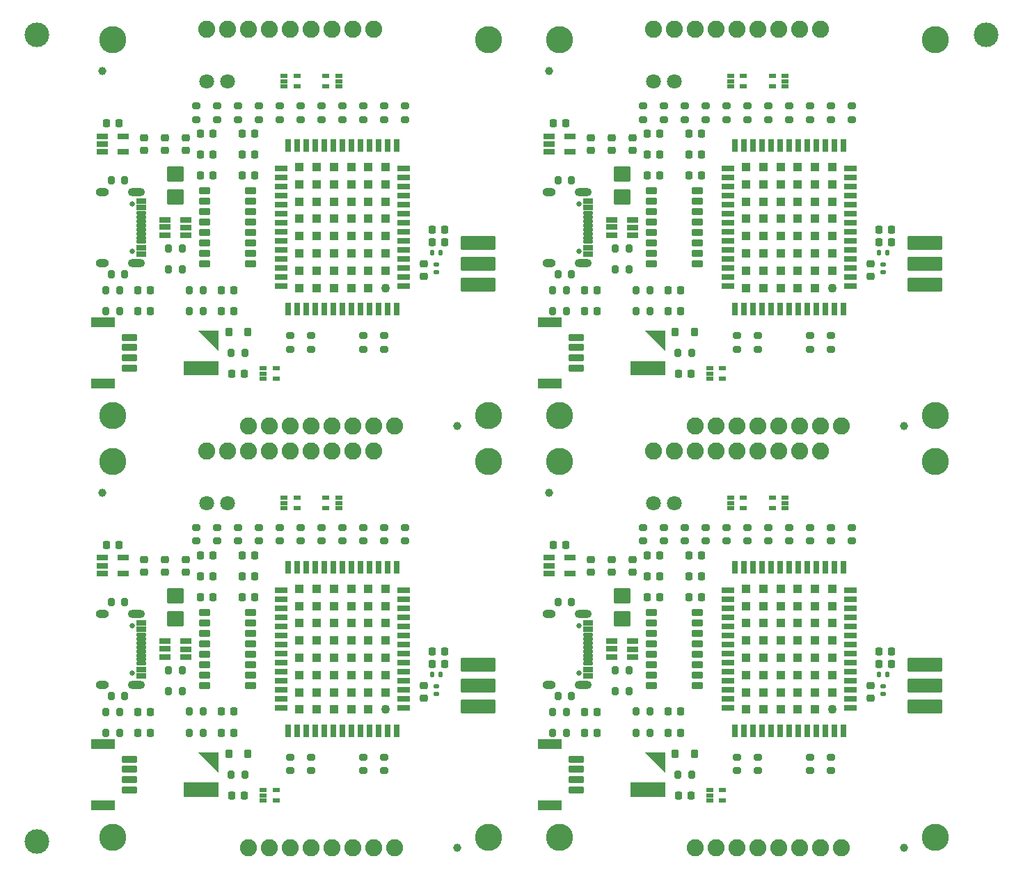
<source format=gts>
%TF.GenerationSoftware,KiCad,Pcbnew,7.0.6*%
%TF.CreationDate,2023-09-13T14:16:39-06:00*%
%TF.ProjectId,SparkFun_GNSS_UM980_panelized,53706172-6b46-4756-9e5f-474e53535f55,rev?*%
%TF.SameCoordinates,Original*%
%TF.FileFunction,Soldermask,Top*%
%TF.FilePolarity,Negative*%
%FSLAX46Y46*%
G04 Gerber Fmt 4.6, Leading zero omitted, Abs format (unit mm)*
G04 Created by KiCad (PCBNEW 7.0.6) date 2023-09-13 14:16:39*
%MOMM*%
%LPD*%
G01*
G04 APERTURE LIST*
G04 Aperture macros list*
%AMRoundRect*
0 Rectangle with rounded corners*
0 $1 Rounding radius*
0 $2 $3 $4 $5 $6 $7 $8 $9 X,Y pos of 4 corners*
0 Add a 4 corners polygon primitive as box body*
4,1,4,$2,$3,$4,$5,$6,$7,$8,$9,$2,$3,0*
0 Add four circle primitives for the rounded corners*
1,1,$1+$1,$2,$3*
1,1,$1+$1,$4,$5*
1,1,$1+$1,$6,$7*
1,1,$1+$1,$8,$9*
0 Add four rect primitives between the rounded corners*
20,1,$1+$1,$2,$3,$4,$5,0*
20,1,$1+$1,$4,$5,$6,$7,0*
20,1,$1+$1,$6,$7,$8,$9,0*
20,1,$1+$1,$8,$9,$2,$3,0*%
G04 Aperture macros list end*
%ADD10C,3.000000*%
%ADD11R,1.500000X0.800000*%
%ADD12R,0.800000X1.500000*%
%ADD13R,1.100000X1.100000*%
%ADD14C,1.100000*%
%ADD15C,3.302000*%
%ADD16RoundRect,0.225000X-0.225000X-0.250000X0.225000X-0.250000X0.225000X0.250000X-0.225000X0.250000X0*%
%ADD17RoundRect,0.140000X0.170000X-0.140000X0.170000X0.140000X-0.170000X0.140000X-0.170000X-0.140000X0*%
%ADD18RoundRect,0.200000X-0.200000X-0.275000X0.200000X-0.275000X0.200000X0.275000X-0.200000X0.275000X0*%
%ADD19RoundRect,0.140000X0.140000X0.170000X-0.140000X0.170000X-0.140000X-0.170000X0.140000X-0.170000X0*%
%ADD20RoundRect,0.200000X-0.275000X0.200000X-0.275000X-0.200000X0.275000X-0.200000X0.275000X0.200000X0*%
%ADD21RoundRect,0.225000X0.225000X0.250000X-0.225000X0.250000X-0.225000X-0.250000X0.225000X-0.250000X0*%
%ADD22RoundRect,0.200000X0.275000X-0.200000X0.275000X0.200000X-0.275000X0.200000X-0.275000X-0.200000X0*%
%ADD23RoundRect,0.101600X0.600000X-0.275000X0.600000X0.275000X-0.600000X0.275000X-0.600000X-0.275000X0*%
%ADD24RoundRect,0.101600X-0.350000X0.150000X-0.350000X-0.150000X0.350000X-0.150000X0.350000X0.150000X0*%
%ADD25C,2.082800*%
%ADD26RoundRect,0.101600X0.350000X-0.150000X0.350000X0.150000X-0.350000X0.150000X-0.350000X-0.150000X0*%
%ADD27RoundRect,0.225000X-0.250000X0.225000X-0.250000X-0.225000X0.250000X-0.225000X0.250000X0.225000X0*%
%ADD28RoundRect,0.218750X0.218750X0.256250X-0.218750X0.256250X-0.218750X-0.256250X0.218750X-0.256250X0*%
%ADD29RoundRect,0.101600X0.900000X-0.800000X0.900000X0.800000X-0.900000X0.800000X-0.900000X-0.800000X0*%
%ADD30C,1.803200*%
%ADD31RoundRect,0.101600X-0.600000X0.275000X-0.600000X-0.275000X0.600000X-0.275000X0.600000X0.275000X0*%
%ADD32RoundRect,0.200000X0.200000X0.275000X-0.200000X0.275000X-0.200000X-0.275000X0.200000X-0.275000X0*%
%ADD33RoundRect,0.101600X-2.000000X0.750000X-2.000000X-0.750000X2.000000X-0.750000X2.000000X0.750000X0*%
%ADD34C,1.000000*%
%ADD35RoundRect,0.101600X-0.600000X0.300000X-0.600000X-0.300000X0.600000X-0.300000X0.600000X0.300000X0*%
%ADD36RoundRect,0.101600X0.315000X0.415000X-0.315000X0.415000X-0.315000X-0.415000X0.315000X-0.415000X0*%
%ADD37RoundRect,0.101600X0.850000X-0.300000X0.850000X0.300000X-0.850000X0.300000X-0.850000X-0.300000X0*%
%ADD38RoundRect,0.101600X1.350000X0.500000X-1.350000X0.500000X-1.350000X-0.500000X1.350000X-0.500000X0*%
%ADD39C,0.650000*%
%ADD40RoundRect,0.070000X0.500000X-0.150000X0.500000X0.150000X-0.500000X0.150000X-0.500000X-0.150000X0*%
%ADD41RoundRect,0.070000X-0.500000X0.150000X-0.500000X-0.150000X0.500000X-0.150000X0.500000X0.150000X0*%
%ADD42RoundRect,0.070000X0.500000X-0.300000X0.500000X0.300000X-0.500000X0.300000X-0.500000X-0.300000X0*%
%ADD43RoundRect,0.070000X-0.500000X0.300000X-0.500000X-0.300000X0.500000X-0.300000X0.500000X0.300000X0*%
%ADD44O,1.600000X1.000000*%
%ADD45O,2.100000X1.000000*%
G04 APERTURE END LIST*
%TO.C,BT1*%
G36*
X69753000Y61679645D02*
G01*
X67267645Y64165000D01*
X69753000Y64165000D01*
X69753000Y61679645D01*
G37*
G36*
X69748000Y58760000D02*
G01*
X65548000Y58760000D01*
X65548000Y60460000D01*
X69748000Y60460000D01*
X69748000Y58760000D01*
G37*
G36*
X69753000Y10379645D02*
G01*
X67267645Y12865000D01*
X69753000Y12865000D01*
X69753000Y10379645D01*
G37*
G36*
X69748000Y7460000D02*
G01*
X65548000Y7460000D01*
X65548000Y9160000D01*
X69748000Y9160000D01*
X69748000Y7460000D01*
G37*
G36*
X15405000Y61679645D02*
G01*
X12919645Y64165000D01*
X15405000Y64165000D01*
X15405000Y61679645D01*
G37*
G36*
X15400000Y58760000D02*
G01*
X11200000Y58760000D01*
X11200000Y60460000D01*
X15400000Y60460000D01*
X15400000Y58760000D01*
G37*
G36*
X15405000Y10379645D02*
G01*
X12919645Y12865000D01*
X15405000Y12865000D01*
X15405000Y10379645D01*
G37*
G36*
X15400000Y7460000D02*
G01*
X11200000Y7460000D01*
X11200000Y9160000D01*
X15400000Y9160000D01*
X15400000Y7460000D01*
G37*
%TD*%
D10*
%TO.C,*%
X108823000Y100100000D03*
%TD*%
%TO.C,*%
X-6723000Y2000000D03*
%TD*%
%TO.C,*%
X-6723000Y100100000D03*
%TD*%
D11*
%TO.C,U5*%
X92278000Y69550000D03*
X92278000Y70650000D03*
X92278000Y71750000D03*
X92278000Y72850000D03*
X92278000Y73950000D03*
X92278000Y75050000D03*
X92278000Y76150000D03*
X92278000Y77250000D03*
X92278000Y78350000D03*
X92278000Y79450000D03*
X92278000Y80550000D03*
X92278000Y81650000D03*
X92278000Y82750000D03*
X92278000Y83850000D03*
D12*
X91428000Y86650000D03*
X90328000Y86650000D03*
X89228000Y86650000D03*
X88128000Y86650000D03*
X87028000Y86650000D03*
X85928000Y86650000D03*
X84828000Y86650000D03*
X83728000Y86650000D03*
X82628000Y86650000D03*
X81528000Y86650000D03*
X80428000Y86650000D03*
X79328000Y86650000D03*
X78228000Y86650000D03*
D11*
X77378000Y83850000D03*
X77378000Y82750000D03*
X77378000Y81650000D03*
X77378000Y80550000D03*
X77378000Y79450000D03*
X77378000Y78350000D03*
X77378000Y77250000D03*
X77378000Y76150000D03*
X77378000Y75050000D03*
X77378000Y73950000D03*
X77378000Y72850000D03*
X77378000Y71750000D03*
X77378000Y70650000D03*
X77378000Y69550000D03*
D12*
X78228000Y66750000D03*
X79328000Y66750000D03*
X80428000Y66750000D03*
X81528000Y66750000D03*
X82628000Y66750000D03*
X83728000Y66750000D03*
X84828000Y66750000D03*
X85928000Y66750000D03*
X87028000Y66750000D03*
X88128000Y66750000D03*
X89228000Y66750000D03*
X90328000Y66750000D03*
X91428000Y66750000D03*
D13*
X79578000Y69350000D03*
X81678000Y69350000D03*
X83778000Y69350000D03*
X85878000Y69350000D03*
X87978000Y69350000D03*
D14*
X90078000Y69350000D03*
D13*
X79578000Y71450000D03*
X81678000Y71450000D03*
X83778000Y71450000D03*
X85878000Y71450000D03*
X87978000Y71450000D03*
X90078000Y71450000D03*
X79578000Y73550000D03*
X81678000Y73550000D03*
X83778000Y73550000D03*
X85878000Y73550000D03*
X87978000Y73550000D03*
X90078000Y73550000D03*
X79578000Y75650000D03*
X81678000Y75650000D03*
X83778000Y75650000D03*
X85878000Y75650000D03*
X87978000Y75650000D03*
X90078000Y75650000D03*
X79578000Y77750000D03*
X81678000Y77750000D03*
X83778000Y77750000D03*
X85878000Y77750000D03*
X87978000Y77750000D03*
X90078000Y77750000D03*
X79578000Y79850000D03*
X81678000Y79850000D03*
X83778000Y79850000D03*
X85878000Y79850000D03*
X87978000Y79850000D03*
X90078000Y79850000D03*
X79578000Y81950000D03*
X81678000Y81950000D03*
X83778000Y81950000D03*
X85878000Y81950000D03*
X87978000Y81950000D03*
X90078000Y81950000D03*
X79578000Y84050000D03*
X81678000Y84050000D03*
X83778000Y84050000D03*
X85878000Y84050000D03*
X87978000Y84050000D03*
X90078000Y84050000D03*
%TD*%
D11*
%TO.C,U5*%
X92278000Y18250000D03*
X92278000Y19350000D03*
X92278000Y20450000D03*
X92278000Y21550000D03*
X92278000Y22650000D03*
X92278000Y23750000D03*
X92278000Y24850000D03*
X92278000Y25950000D03*
X92278000Y27050000D03*
X92278000Y28150000D03*
X92278000Y29250000D03*
X92278000Y30350000D03*
X92278000Y31450000D03*
X92278000Y32550000D03*
D12*
X91428000Y35350000D03*
X90328000Y35350000D03*
X89228000Y35350000D03*
X88128000Y35350000D03*
X87028000Y35350000D03*
X85928000Y35350000D03*
X84828000Y35350000D03*
X83728000Y35350000D03*
X82628000Y35350000D03*
X81528000Y35350000D03*
X80428000Y35350000D03*
X79328000Y35350000D03*
X78228000Y35350000D03*
D11*
X77378000Y32550000D03*
X77378000Y31450000D03*
X77378000Y30350000D03*
X77378000Y29250000D03*
X77378000Y28150000D03*
X77378000Y27050000D03*
X77378000Y25950000D03*
X77378000Y24850000D03*
X77378000Y23750000D03*
X77378000Y22650000D03*
X77378000Y21550000D03*
X77378000Y20450000D03*
X77378000Y19350000D03*
X77378000Y18250000D03*
D12*
X78228000Y15450000D03*
X79328000Y15450000D03*
X80428000Y15450000D03*
X81528000Y15450000D03*
X82628000Y15450000D03*
X83728000Y15450000D03*
X84828000Y15450000D03*
X85928000Y15450000D03*
X87028000Y15450000D03*
X88128000Y15450000D03*
X89228000Y15450000D03*
X90328000Y15450000D03*
X91428000Y15450000D03*
D13*
X79578000Y18050000D03*
X81678000Y18050000D03*
X83778000Y18050000D03*
X85878000Y18050000D03*
X87978000Y18050000D03*
D14*
X90078000Y18050000D03*
D13*
X79578000Y20150000D03*
X81678000Y20150000D03*
X83778000Y20150000D03*
X85878000Y20150000D03*
X87978000Y20150000D03*
X90078000Y20150000D03*
X79578000Y22250000D03*
X81678000Y22250000D03*
X83778000Y22250000D03*
X85878000Y22250000D03*
X87978000Y22250000D03*
X90078000Y22250000D03*
X79578000Y24350000D03*
X81678000Y24350000D03*
X83778000Y24350000D03*
X85878000Y24350000D03*
X87978000Y24350000D03*
X90078000Y24350000D03*
X79578000Y26450000D03*
X81678000Y26450000D03*
X83778000Y26450000D03*
X85878000Y26450000D03*
X87978000Y26450000D03*
X90078000Y26450000D03*
X79578000Y28550000D03*
X81678000Y28550000D03*
X83778000Y28550000D03*
X85878000Y28550000D03*
X87978000Y28550000D03*
X90078000Y28550000D03*
X79578000Y30650000D03*
X81678000Y30650000D03*
X83778000Y30650000D03*
X85878000Y30650000D03*
X87978000Y30650000D03*
X90078000Y30650000D03*
X79578000Y32750000D03*
X81678000Y32750000D03*
X83778000Y32750000D03*
X85878000Y32750000D03*
X87978000Y32750000D03*
X90078000Y32750000D03*
%TD*%
D11*
%TO.C,U5*%
X37930000Y69550000D03*
X37930000Y70650000D03*
X37930000Y71750000D03*
X37930000Y72850000D03*
X37930000Y73950000D03*
X37930000Y75050000D03*
X37930000Y76150000D03*
X37930000Y77250000D03*
X37930000Y78350000D03*
X37930000Y79450000D03*
X37930000Y80550000D03*
X37930000Y81650000D03*
X37930000Y82750000D03*
X37930000Y83850000D03*
D12*
X37080000Y86650000D03*
X35980000Y86650000D03*
X34880000Y86650000D03*
X33780000Y86650000D03*
X32680000Y86650000D03*
X31580000Y86650000D03*
X30480000Y86650000D03*
X29380000Y86650000D03*
X28280000Y86650000D03*
X27180000Y86650000D03*
X26080000Y86650000D03*
X24980000Y86650000D03*
X23880000Y86650000D03*
D11*
X23030000Y83850000D03*
X23030000Y82750000D03*
X23030000Y81650000D03*
X23030000Y80550000D03*
X23030000Y79450000D03*
X23030000Y78350000D03*
X23030000Y77250000D03*
X23030000Y76150000D03*
X23030000Y75050000D03*
X23030000Y73950000D03*
X23030000Y72850000D03*
X23030000Y71750000D03*
X23030000Y70650000D03*
X23030000Y69550000D03*
D12*
X23880000Y66750000D03*
X24980000Y66750000D03*
X26080000Y66750000D03*
X27180000Y66750000D03*
X28280000Y66750000D03*
X29380000Y66750000D03*
X30480000Y66750000D03*
X31580000Y66750000D03*
X32680000Y66750000D03*
X33780000Y66750000D03*
X34880000Y66750000D03*
X35980000Y66750000D03*
X37080000Y66750000D03*
D13*
X25230000Y69350000D03*
X27330000Y69350000D03*
X29430000Y69350000D03*
X31530000Y69350000D03*
X33630000Y69350000D03*
D14*
X35730000Y69350000D03*
D13*
X25230000Y71450000D03*
X27330000Y71450000D03*
X29430000Y71450000D03*
X31530000Y71450000D03*
X33630000Y71450000D03*
X35730000Y71450000D03*
X25230000Y73550000D03*
X27330000Y73550000D03*
X29430000Y73550000D03*
X31530000Y73550000D03*
X33630000Y73550000D03*
X35730000Y73550000D03*
X25230000Y75650000D03*
X27330000Y75650000D03*
X29430000Y75650000D03*
X31530000Y75650000D03*
X33630000Y75650000D03*
X35730000Y75650000D03*
X25230000Y77750000D03*
X27330000Y77750000D03*
X29430000Y77750000D03*
X31530000Y77750000D03*
X33630000Y77750000D03*
X35730000Y77750000D03*
X25230000Y79850000D03*
X27330000Y79850000D03*
X29430000Y79850000D03*
X31530000Y79850000D03*
X33630000Y79850000D03*
X35730000Y79850000D03*
X25230000Y81950000D03*
X27330000Y81950000D03*
X29430000Y81950000D03*
X31530000Y81950000D03*
X33630000Y81950000D03*
X35730000Y81950000D03*
X25230000Y84050000D03*
X27330000Y84050000D03*
X29430000Y84050000D03*
X31530000Y84050000D03*
X33630000Y84050000D03*
X35730000Y84050000D03*
%TD*%
D15*
%TO.C,ST4*%
X56888000Y53840000D03*
%TD*%
%TO.C,ST4*%
X56888000Y2540000D03*
%TD*%
%TO.C,ST4*%
X2540000Y53840000D03*
%TD*%
D16*
%TO.C,C17*%
X72623000Y88130000D03*
X74173000Y88130000D03*
%TD*%
%TO.C,C17*%
X72623000Y36830000D03*
X74173000Y36830000D03*
%TD*%
%TO.C,C17*%
X18275000Y88130000D03*
X19825000Y88130000D03*
%TD*%
D17*
%TO.C,D6*%
X96258000Y71267000D03*
X96258000Y72227000D03*
%TD*%
%TO.C,D6*%
X96258000Y19967000D03*
X96258000Y20927000D03*
%TD*%
%TO.C,D6*%
X41910000Y71267000D03*
X41910000Y72227000D03*
%TD*%
D18*
%TO.C,R7*%
X71303000Y61460000D03*
X72953000Y61460000D03*
%TD*%
%TO.C,R7*%
X71303000Y10160000D03*
X72953000Y10160000D03*
%TD*%
%TO.C,R7*%
X16955000Y61460000D03*
X18605000Y61460000D03*
%TD*%
D19*
%TO.C,L1*%
X96738000Y73652000D03*
X95778000Y73652000D03*
%TD*%
%TO.C,L1*%
X96738000Y22352000D03*
X95778000Y22352000D03*
%TD*%
%TO.C,L1*%
X42390000Y73652000D03*
X41430000Y73652000D03*
%TD*%
D16*
%TO.C,C3*%
X71353000Y58920000D03*
X72903000Y58920000D03*
%TD*%
%TO.C,C3*%
X71353000Y7620000D03*
X72903000Y7620000D03*
%TD*%
%TO.C,C3*%
X17005000Y58920000D03*
X18555000Y58920000D03*
%TD*%
D20*
%TO.C,R30*%
X89908000Y63555000D03*
X89908000Y61905000D03*
%TD*%
%TO.C,R30*%
X89908000Y12255000D03*
X89908000Y10605000D03*
%TD*%
%TO.C,R30*%
X35560000Y63555000D03*
X35560000Y61905000D03*
%TD*%
D15*
%TO.C,ST3*%
X56888000Y99560000D03*
%TD*%
%TO.C,ST3*%
X56888000Y48260000D03*
%TD*%
%TO.C,ST3*%
X2540000Y99560000D03*
%TD*%
D21*
%TO.C,C13*%
X69093000Y83050000D03*
X67543000Y83050000D03*
%TD*%
%TO.C,C13*%
X69093000Y31750000D03*
X67543000Y31750000D03*
%TD*%
%TO.C,C13*%
X14745000Y83050000D03*
X13195000Y83050000D03*
%TD*%
D22*
%TO.C,R17*%
X77208000Y89845000D03*
X77208000Y91495000D03*
%TD*%
%TO.C,R17*%
X77208000Y38545000D03*
X77208000Y40195000D03*
%TD*%
%TO.C,R17*%
X22860000Y89845000D03*
X22860000Y91495000D03*
%TD*%
D23*
%TO.C,U1*%
X65808100Y75750000D03*
X65808100Y76700000D03*
X65808100Y77650000D03*
X63207900Y77650000D03*
X63207900Y76750000D03*
X63207900Y75750000D03*
%TD*%
%TO.C,U1*%
X65808100Y24450000D03*
X65808100Y25400000D03*
X65808100Y26350000D03*
X63207900Y26350000D03*
X63207900Y25450000D03*
X63207900Y24450000D03*
%TD*%
%TO.C,U1*%
X11460100Y75750000D03*
X11460100Y76700000D03*
X11460100Y77650000D03*
X8859900Y77650000D03*
X8859900Y76750000D03*
X8859900Y75750000D03*
%TD*%
D16*
%TO.C,C1*%
X56113000Y89400000D03*
X57663000Y89400000D03*
%TD*%
%TO.C,C1*%
X56113000Y38100000D03*
X57663000Y38100000D03*
%TD*%
%TO.C,C1*%
X1765000Y89400000D03*
X3315000Y89400000D03*
%TD*%
D20*
%TO.C,R31*%
X87368000Y63555000D03*
X87368000Y61905000D03*
%TD*%
%TO.C,R31*%
X87368000Y12255000D03*
X87368000Y10605000D03*
%TD*%
%TO.C,R31*%
X33020000Y63555000D03*
X33020000Y61905000D03*
%TD*%
D22*
%TO.C,R32*%
X74668000Y89845000D03*
X74668000Y91495000D03*
%TD*%
%TO.C,R32*%
X74668000Y38545000D03*
X74668000Y40195000D03*
%TD*%
%TO.C,R32*%
X20320000Y89845000D03*
X20320000Y91495000D03*
%TD*%
D24*
%TO.C,D9*%
X75138000Y59570000D03*
X75138000Y58920000D03*
X75138000Y58270000D03*
X76738000Y58270000D03*
X76738000Y59570000D03*
%TD*%
%TO.C,D9*%
X75138000Y8270000D03*
X75138000Y7620000D03*
X75138000Y6970000D03*
X76738000Y6970000D03*
X76738000Y8270000D03*
%TD*%
%TO.C,D9*%
X20790000Y59570000D03*
X20790000Y58920000D03*
X20790000Y58270000D03*
X22390000Y58270000D03*
X22390000Y59570000D03*
%TD*%
D25*
%TO.C,J4*%
X73398000Y52570000D03*
X75938000Y52570000D03*
%TD*%
%TO.C,J4*%
X73398000Y1270000D03*
X75938000Y1270000D03*
%TD*%
%TO.C,J4*%
X19050000Y52570000D03*
X21590000Y52570000D03*
%TD*%
D16*
%TO.C,C6*%
X95737000Y74922000D03*
X97287000Y74922000D03*
%TD*%
%TO.C,C6*%
X95737000Y23622000D03*
X97287000Y23622000D03*
%TD*%
%TO.C,C6*%
X41389000Y74922000D03*
X42939000Y74922000D03*
%TD*%
D26*
%TO.C,D11*%
X84358000Y93830000D03*
X84358000Y94480000D03*
X84358000Y95130000D03*
X82758000Y95130000D03*
X82758000Y93830000D03*
%TD*%
%TO.C,D11*%
X84358000Y42530000D03*
X84358000Y43180000D03*
X84358000Y43830000D03*
X82758000Y43830000D03*
X82758000Y42530000D03*
%TD*%
%TO.C,D11*%
X30010000Y93830000D03*
X30010000Y94480000D03*
X30010000Y95130000D03*
X28410000Y95130000D03*
X28410000Y93830000D03*
%TD*%
D22*
%TO.C,R14*%
X67048000Y89845000D03*
X67048000Y91495000D03*
%TD*%
%TO.C,R14*%
X67048000Y38545000D03*
X67048000Y40195000D03*
%TD*%
%TO.C,R14*%
X12700000Y89845000D03*
X12700000Y91495000D03*
%TD*%
D16*
%TO.C,C12*%
X72623000Y83050000D03*
X74173000Y83050000D03*
%TD*%
%TO.C,C12*%
X72623000Y31750000D03*
X74173000Y31750000D03*
%TD*%
%TO.C,C12*%
X18275000Y83050000D03*
X19825000Y83050000D03*
%TD*%
D24*
%TO.C,D10*%
X77678000Y95130000D03*
X77678000Y94480000D03*
X77678000Y93830000D03*
X79278000Y93830000D03*
X79278000Y95130000D03*
%TD*%
%TO.C,D10*%
X77678000Y43830000D03*
X77678000Y43180000D03*
X77678000Y42530000D03*
X79278000Y42530000D03*
X79278000Y43830000D03*
%TD*%
%TO.C,D10*%
X23330000Y95130000D03*
X23330000Y94480000D03*
X23330000Y93830000D03*
X24930000Y93830000D03*
X24930000Y95130000D03*
%TD*%
D27*
%TO.C,C7*%
X94734000Y72268000D03*
X94734000Y70718000D03*
%TD*%
%TO.C,C7*%
X94734000Y20968000D03*
X94734000Y19418000D03*
%TD*%
%TO.C,C7*%
X40386000Y72268000D03*
X40386000Y70718000D03*
%TD*%
D28*
%TO.C,D3*%
X71635500Y69100000D03*
X70060500Y69100000D03*
%TD*%
%TO.C,D3*%
X71635500Y17800000D03*
X70060500Y17800000D03*
%TD*%
%TO.C,D3*%
X17287500Y69100000D03*
X15712500Y69100000D03*
%TD*%
D29*
%TO.C,F1*%
X64508000Y80380000D03*
X64508000Y83180000D03*
%TD*%
%TO.C,F1*%
X64508000Y29080000D03*
X64508000Y31880000D03*
%TD*%
%TO.C,F1*%
X10160000Y80380000D03*
X10160000Y83180000D03*
%TD*%
D27*
%TO.C,C8*%
X65778000Y87635000D03*
X65778000Y86085000D03*
%TD*%
%TO.C,C8*%
X65778000Y36335000D03*
X65778000Y34785000D03*
%TD*%
%TO.C,C8*%
X11430000Y87635000D03*
X11430000Y86085000D03*
%TD*%
D22*
%TO.C,R27*%
X82288000Y89845000D03*
X82288000Y91495000D03*
%TD*%
%TO.C,R27*%
X82288000Y38545000D03*
X82288000Y40195000D03*
%TD*%
%TO.C,R27*%
X27940000Y89845000D03*
X27940000Y91495000D03*
%TD*%
D30*
%TO.C,TP1*%
X70858000Y94480000D03*
%TD*%
%TO.C,TP1*%
X70858000Y43180000D03*
%TD*%
%TO.C,TP1*%
X16510000Y94480000D03*
%TD*%
D16*
%TO.C,C4*%
X95737000Y76446000D03*
X97287000Y76446000D03*
%TD*%
%TO.C,C4*%
X95737000Y25146000D03*
X97287000Y25146000D03*
%TD*%
%TO.C,C4*%
X41389000Y76446000D03*
X42939000Y76446000D03*
%TD*%
D31*
%TO.C,U2*%
X55587900Y87810000D03*
X55587900Y86860000D03*
X55587900Y85910000D03*
X58188100Y85910000D03*
X58188100Y87810000D03*
%TD*%
%TO.C,U2*%
X55587900Y36510000D03*
X55587900Y35560000D03*
X55587900Y34610000D03*
X58188100Y34610000D03*
X58188100Y36510000D03*
%TD*%
%TO.C,U2*%
X1239900Y87810000D03*
X1239900Y86860000D03*
X1239900Y85910000D03*
X3840100Y85910000D03*
X3840100Y87810000D03*
%TD*%
D15*
%TO.C,ST1*%
X102608000Y99560000D03*
%TD*%
%TO.C,ST1*%
X102608000Y48260000D03*
%TD*%
%TO.C,ST1*%
X48260000Y99560000D03*
%TD*%
D25*
%TO.C,J7*%
X78478000Y52570000D03*
X81018000Y52570000D03*
X83558000Y52570000D03*
X86098000Y52570000D03*
X88638000Y52570000D03*
X91178000Y52570000D03*
%TD*%
%TO.C,J7*%
X78478000Y1270000D03*
X81018000Y1270000D03*
X83558000Y1270000D03*
X86098000Y1270000D03*
X88638000Y1270000D03*
X91178000Y1270000D03*
%TD*%
%TO.C,J7*%
X24130000Y52570000D03*
X26670000Y52570000D03*
X29210000Y52570000D03*
X31750000Y52570000D03*
X34290000Y52570000D03*
X36830000Y52570000D03*
%TD*%
D32*
%TO.C,R1*%
X58348000Y70985000D03*
X56698000Y70985000D03*
%TD*%
%TO.C,R1*%
X58348000Y19685000D03*
X56698000Y19685000D03*
%TD*%
%TO.C,R1*%
X4000000Y70985000D03*
X2350000Y70985000D03*
%TD*%
D21*
%TO.C,C16*%
X69093000Y88130000D03*
X67543000Y88130000D03*
%TD*%
%TO.C,C16*%
X69093000Y36830000D03*
X67543000Y36830000D03*
%TD*%
%TO.C,C16*%
X14745000Y88130000D03*
X13195000Y88130000D03*
%TD*%
D33*
%TO.C,J5*%
X101301150Y74795000D03*
X101301150Y69715000D03*
X101301150Y72255000D03*
%TD*%
%TO.C,J5*%
X101301150Y23495000D03*
X101301150Y18415000D03*
X101301150Y20955000D03*
%TD*%
%TO.C,J5*%
X46953150Y74795000D03*
X46953150Y69715000D03*
X46953150Y72255000D03*
%TD*%
D16*
%TO.C,C15*%
X72623000Y85590000D03*
X74173000Y85590000D03*
%TD*%
%TO.C,C15*%
X72623000Y34290000D03*
X74173000Y34290000D03*
%TD*%
%TO.C,C15*%
X18275000Y85590000D03*
X19825000Y85590000D03*
%TD*%
D34*
%TO.C,FID4*%
X98798000Y52570000D03*
%TD*%
%TO.C,FID4*%
X98798000Y1270000D03*
%TD*%
%TO.C,FID4*%
X44450000Y52570000D03*
%TD*%
D35*
%TO.C,U8*%
X68058000Y81145000D03*
X68058000Y79875000D03*
X68058000Y78605000D03*
X68058000Y77335000D03*
X68058000Y76065000D03*
X68058000Y74795000D03*
X68058000Y73525000D03*
X68058000Y72255000D03*
X73658000Y72255000D03*
X73658000Y73525000D03*
X73658000Y74795000D03*
X73658000Y76065000D03*
X73658000Y77335000D03*
X73658000Y78605000D03*
X73658000Y79875000D03*
X73658000Y81145000D03*
%TD*%
%TO.C,U8*%
X68058000Y29845000D03*
X68058000Y28575000D03*
X68058000Y27305000D03*
X68058000Y26035000D03*
X68058000Y24765000D03*
X68058000Y23495000D03*
X68058000Y22225000D03*
X68058000Y20955000D03*
X73658000Y20955000D03*
X73658000Y22225000D03*
X73658000Y23495000D03*
X73658000Y24765000D03*
X73658000Y26035000D03*
X73658000Y27305000D03*
X73658000Y28575000D03*
X73658000Y29845000D03*
%TD*%
%TO.C,U8*%
X13710000Y81145000D03*
X13710000Y79875000D03*
X13710000Y78605000D03*
X13710000Y77335000D03*
X13710000Y76065000D03*
X13710000Y74795000D03*
X13710000Y73525000D03*
X13710000Y72255000D03*
X19310000Y72255000D03*
X19310000Y73525000D03*
X19310000Y74795000D03*
X19310000Y76065000D03*
X19310000Y77335000D03*
X19310000Y78605000D03*
X19310000Y79875000D03*
X19310000Y81145000D03*
%TD*%
D22*
%TO.C,R33*%
X72128000Y89845000D03*
X72128000Y91495000D03*
%TD*%
%TO.C,R33*%
X72128000Y38545000D03*
X72128000Y40195000D03*
%TD*%
%TO.C,R33*%
X17780000Y89845000D03*
X17780000Y91495000D03*
%TD*%
D18*
%TO.C,R16*%
X63683000Y71620000D03*
X65333000Y71620000D03*
%TD*%
%TO.C,R16*%
X63683000Y20320000D03*
X65333000Y20320000D03*
%TD*%
%TO.C,R16*%
X9335000Y71620000D03*
X10985000Y71620000D03*
%TD*%
D16*
%TO.C,L2*%
X67543000Y85590000D03*
X69093000Y85590000D03*
%TD*%
%TO.C,L2*%
X67543000Y34290000D03*
X69093000Y34290000D03*
%TD*%
%TO.C,L2*%
X13195000Y85590000D03*
X14745000Y85590000D03*
%TD*%
D28*
%TO.C,D2*%
X71645500Y66540000D03*
X70070500Y66540000D03*
%TD*%
%TO.C,D2*%
X71645500Y15240000D03*
X70070500Y15240000D03*
%TD*%
%TO.C,D2*%
X17297500Y66540000D03*
X15722500Y66540000D03*
%TD*%
D27*
%TO.C,C2*%
X60698000Y87635000D03*
X60698000Y86085000D03*
%TD*%
%TO.C,C2*%
X60698000Y36335000D03*
X60698000Y34785000D03*
%TD*%
%TO.C,C2*%
X6350000Y87635000D03*
X6350000Y86085000D03*
%TD*%
D18*
%TO.C,R4*%
X56063000Y69080000D03*
X57713000Y69080000D03*
%TD*%
%TO.C,R4*%
X56063000Y17780000D03*
X57713000Y17780000D03*
%TD*%
%TO.C,R4*%
X1715000Y69080000D03*
X3365000Y69080000D03*
%TD*%
D28*
%TO.C,D1*%
X61485500Y69080000D03*
X59910500Y69080000D03*
%TD*%
%TO.C,D1*%
X61485500Y17780000D03*
X59910500Y17780000D03*
%TD*%
%TO.C,D1*%
X7137500Y69080000D03*
X5562500Y69080000D03*
%TD*%
D30*
%TO.C,TP2*%
X68318000Y94480000D03*
%TD*%
%TO.C,TP2*%
X68318000Y43180000D03*
%TD*%
%TO.C,TP2*%
X13970000Y94480000D03*
%TD*%
D18*
%TO.C,R5*%
X56063000Y66540000D03*
X57713000Y66540000D03*
%TD*%
%TO.C,R5*%
X56063000Y15240000D03*
X57713000Y15240000D03*
%TD*%
%TO.C,R5*%
X1715000Y66540000D03*
X3365000Y66540000D03*
%TD*%
D32*
%TO.C,R2*%
X58348000Y82415000D03*
X56698000Y82415000D03*
%TD*%
%TO.C,R2*%
X58348000Y31115000D03*
X56698000Y31115000D03*
%TD*%
%TO.C,R2*%
X4000000Y82415000D03*
X2350000Y82415000D03*
%TD*%
D25*
%TO.C,J8*%
X88638000Y100830000D03*
X86098000Y100830000D03*
X83558000Y100830000D03*
X81018000Y100830000D03*
X78478000Y100830000D03*
X75938000Y100830000D03*
X73398000Y100830000D03*
X70858000Y100830000D03*
X68318000Y100830000D03*
%TD*%
%TO.C,J8*%
X88638000Y49530000D03*
X86098000Y49530000D03*
X83558000Y49530000D03*
X81018000Y49530000D03*
X78478000Y49530000D03*
X75938000Y49530000D03*
X73398000Y49530000D03*
X70858000Y49530000D03*
X68318000Y49530000D03*
%TD*%
%TO.C,J8*%
X34290000Y100830000D03*
X31750000Y100830000D03*
X29210000Y100830000D03*
X26670000Y100830000D03*
X24130000Y100830000D03*
X21590000Y100830000D03*
X19050000Y100830000D03*
X16510000Y100830000D03*
X13970000Y100830000D03*
%TD*%
D22*
%TO.C,R13*%
X69588000Y89845000D03*
X69588000Y91495000D03*
%TD*%
%TO.C,R13*%
X69588000Y38545000D03*
X69588000Y40195000D03*
%TD*%
%TO.C,R13*%
X15240000Y89845000D03*
X15240000Y91495000D03*
%TD*%
D36*
%TO.C,D5*%
X70978000Y64000000D03*
X73278000Y64000000D03*
%TD*%
%TO.C,D5*%
X70978000Y12700000D03*
X73278000Y12700000D03*
%TD*%
%TO.C,D5*%
X16630000Y64000000D03*
X18930000Y64000000D03*
%TD*%
D20*
%TO.C,R19*%
X78478000Y63555000D03*
X78478000Y61905000D03*
%TD*%
%TO.C,R19*%
X78478000Y12255000D03*
X78478000Y10605000D03*
%TD*%
%TO.C,R19*%
X24130000Y63555000D03*
X24130000Y61905000D03*
%TD*%
D22*
%TO.C,R29*%
X87368000Y89845000D03*
X87368000Y91495000D03*
%TD*%
%TO.C,R29*%
X87368000Y38545000D03*
X87368000Y40195000D03*
%TD*%
%TO.C,R29*%
X33020000Y89845000D03*
X33020000Y91495000D03*
%TD*%
D37*
%TO.C,J6*%
X58918000Y63335000D03*
X58918000Y62085000D03*
X58918000Y60835000D03*
X58918000Y59585000D03*
D38*
X55718000Y57735000D03*
X55718000Y65185000D03*
%TD*%
D37*
%TO.C,J6*%
X58918000Y12035000D03*
X58918000Y10785000D03*
X58918000Y9535000D03*
X58918000Y8285000D03*
D38*
X55718000Y6435000D03*
X55718000Y13885000D03*
%TD*%
D37*
%TO.C,J6*%
X4570000Y63335000D03*
X4570000Y62085000D03*
X4570000Y60835000D03*
X4570000Y59585000D03*
D38*
X1370000Y57735000D03*
X1370000Y65185000D03*
%TD*%
D22*
%TO.C,R18*%
X79748000Y89845000D03*
X79748000Y91495000D03*
%TD*%
%TO.C,R18*%
X79748000Y38545000D03*
X79748000Y40195000D03*
%TD*%
%TO.C,R18*%
X25400000Y89845000D03*
X25400000Y91495000D03*
%TD*%
D20*
%TO.C,R20*%
X81018000Y63555000D03*
X81018000Y61905000D03*
%TD*%
%TO.C,R20*%
X81018000Y12255000D03*
X81018000Y10605000D03*
%TD*%
%TO.C,R20*%
X26670000Y63555000D03*
X26670000Y61905000D03*
%TD*%
D15*
%TO.C,ST2*%
X102608000Y53840000D03*
%TD*%
%TO.C,ST2*%
X102608000Y2540000D03*
%TD*%
%TO.C,ST2*%
X48260000Y53840000D03*
%TD*%
D39*
%TO.C,J1*%
X59253000Y79590000D03*
X59253000Y73810000D03*
D40*
X60358000Y77950000D03*
X60358000Y76950000D03*
D41*
X60358000Y76450000D03*
X60358000Y75450000D03*
X60358000Y74950000D03*
X60358000Y75950000D03*
D40*
X60358000Y77450000D03*
X60358000Y78450000D03*
D42*
X60358000Y79925000D03*
D43*
X60358000Y73475000D03*
D44*
X55603000Y81018000D03*
D45*
X59783000Y81018000D03*
X59783000Y72382000D03*
D44*
X55603000Y72382000D03*
D42*
X60358000Y79150000D03*
D43*
X60358000Y74250000D03*
%TD*%
D39*
%TO.C,J1*%
X59253000Y28290000D03*
X59253000Y22510000D03*
D40*
X60358000Y26650000D03*
X60358000Y25650000D03*
D41*
X60358000Y25150000D03*
X60358000Y24150000D03*
X60358000Y23650000D03*
X60358000Y24650000D03*
D40*
X60358000Y26150000D03*
X60358000Y27150000D03*
D42*
X60358000Y28625000D03*
D43*
X60358000Y22175000D03*
D44*
X55603000Y29718000D03*
D45*
X59783000Y29718000D03*
X59783000Y21082000D03*
D44*
X55603000Y21082000D03*
D42*
X60358000Y27850000D03*
D43*
X60358000Y22950000D03*
%TD*%
D39*
%TO.C,J1*%
X4905000Y79590000D03*
X4905000Y73810000D03*
D40*
X6010000Y77950000D03*
X6010000Y76950000D03*
D41*
X6010000Y76450000D03*
X6010000Y75450000D03*
X6010000Y74950000D03*
X6010000Y75950000D03*
D40*
X6010000Y77450000D03*
X6010000Y78450000D03*
D42*
X6010000Y79925000D03*
D43*
X6010000Y73475000D03*
D44*
X1255000Y81018000D03*
D45*
X5435000Y81018000D03*
X5435000Y72382000D03*
D44*
X1255000Y72382000D03*
D42*
X6010000Y79150000D03*
D43*
X6010000Y74250000D03*
%TD*%
D18*
%TO.C,R15*%
X63683000Y74160000D03*
X65333000Y74160000D03*
%TD*%
%TO.C,R15*%
X63683000Y22860000D03*
X65333000Y22860000D03*
%TD*%
%TO.C,R15*%
X9335000Y74160000D03*
X10985000Y74160000D03*
%TD*%
%TO.C,R6*%
X66223000Y69100000D03*
X67873000Y69100000D03*
%TD*%
%TO.C,R6*%
X66223000Y17800000D03*
X67873000Y17800000D03*
%TD*%
%TO.C,R6*%
X11875000Y69100000D03*
X13525000Y69100000D03*
%TD*%
D27*
%TO.C,C5*%
X63238000Y87635000D03*
X63238000Y86085000D03*
%TD*%
%TO.C,C5*%
X63238000Y36335000D03*
X63238000Y34785000D03*
%TD*%
%TO.C,C5*%
X8890000Y87635000D03*
X8890000Y86085000D03*
%TD*%
D18*
%TO.C,R3*%
X66223000Y66540000D03*
X67873000Y66540000D03*
%TD*%
%TO.C,R3*%
X66223000Y15240000D03*
X67873000Y15240000D03*
%TD*%
%TO.C,R3*%
X11875000Y66540000D03*
X13525000Y66540000D03*
%TD*%
D22*
%TO.C,R34*%
X92448000Y89845000D03*
X92448000Y91495000D03*
%TD*%
%TO.C,R34*%
X92448000Y38545000D03*
X92448000Y40195000D03*
%TD*%
%TO.C,R34*%
X38100000Y89845000D03*
X38100000Y91495000D03*
%TD*%
%TO.C,R28*%
X84828000Y89845000D03*
X84828000Y91495000D03*
%TD*%
%TO.C,R28*%
X84828000Y38545000D03*
X84828000Y40195000D03*
%TD*%
%TO.C,R28*%
X30480000Y89845000D03*
X30480000Y91495000D03*
%TD*%
D34*
%TO.C,FID3*%
X55618000Y95750000D03*
%TD*%
%TO.C,FID3*%
X55618000Y44450000D03*
%TD*%
%TO.C,FID3*%
X1270000Y95750000D03*
%TD*%
D22*
%TO.C,R12*%
X89908000Y89845000D03*
X89908000Y91495000D03*
%TD*%
%TO.C,R12*%
X89908000Y38545000D03*
X89908000Y40195000D03*
%TD*%
%TO.C,R12*%
X35560000Y89845000D03*
X35560000Y91495000D03*
%TD*%
D28*
%TO.C,D4*%
X61485500Y66540000D03*
X59910500Y66540000D03*
%TD*%
%TO.C,D4*%
X61485500Y15240000D03*
X59910500Y15240000D03*
%TD*%
%TO.C,D4*%
X7137500Y66540000D03*
X5562500Y66540000D03*
%TD*%
%TO.C,D4*%
X7137500Y15240000D03*
X5562500Y15240000D03*
%TD*%
D22*
%TO.C,R12*%
X35560000Y38545000D03*
X35560000Y40195000D03*
%TD*%
D34*
%TO.C,FID3*%
X1270000Y44450000D03*
%TD*%
D22*
%TO.C,R28*%
X30480000Y38545000D03*
X30480000Y40195000D03*
%TD*%
%TO.C,R34*%
X38100000Y38545000D03*
X38100000Y40195000D03*
%TD*%
D18*
%TO.C,R3*%
X11875000Y15240000D03*
X13525000Y15240000D03*
%TD*%
D27*
%TO.C,C5*%
X8890000Y36335000D03*
X8890000Y34785000D03*
%TD*%
D18*
%TO.C,R6*%
X11875000Y17800000D03*
X13525000Y17800000D03*
%TD*%
%TO.C,R15*%
X9335000Y22860000D03*
X10985000Y22860000D03*
%TD*%
D39*
%TO.C,J1*%
X4905000Y28290000D03*
X4905000Y22510000D03*
D40*
X6010000Y26650000D03*
X6010000Y25650000D03*
D41*
X6010000Y25150000D03*
X6010000Y24150000D03*
X6010000Y23650000D03*
X6010000Y24650000D03*
D40*
X6010000Y26150000D03*
X6010000Y27150000D03*
D42*
X6010000Y28625000D03*
D43*
X6010000Y22175000D03*
D44*
X1255000Y29718000D03*
D45*
X5435000Y29718000D03*
X5435000Y21082000D03*
D44*
X1255000Y21082000D03*
D42*
X6010000Y27850000D03*
D43*
X6010000Y22950000D03*
%TD*%
D15*
%TO.C,ST2*%
X48260000Y2540000D03*
%TD*%
D20*
%TO.C,R20*%
X26670000Y12255000D03*
X26670000Y10605000D03*
%TD*%
D22*
%TO.C,R18*%
X25400000Y38545000D03*
X25400000Y40195000D03*
%TD*%
D37*
%TO.C,J6*%
X4570000Y12035000D03*
X4570000Y10785000D03*
X4570000Y9535000D03*
X4570000Y8285000D03*
D38*
X1370000Y6435000D03*
X1370000Y13885000D03*
%TD*%
D22*
%TO.C,R29*%
X33020000Y38545000D03*
X33020000Y40195000D03*
%TD*%
D20*
%TO.C,R19*%
X24130000Y12255000D03*
X24130000Y10605000D03*
%TD*%
D36*
%TO.C,D5*%
X16630000Y12700000D03*
X18930000Y12700000D03*
%TD*%
D22*
%TO.C,R13*%
X15240000Y38545000D03*
X15240000Y40195000D03*
%TD*%
D25*
%TO.C,J8*%
X34290000Y49530000D03*
X31750000Y49530000D03*
X29210000Y49530000D03*
X26670000Y49530000D03*
X24130000Y49530000D03*
X21590000Y49530000D03*
X19050000Y49530000D03*
X16510000Y49530000D03*
X13970000Y49530000D03*
%TD*%
D32*
%TO.C,R2*%
X4000000Y31115000D03*
X2350000Y31115000D03*
%TD*%
D18*
%TO.C,R5*%
X1715000Y15240000D03*
X3365000Y15240000D03*
%TD*%
D30*
%TO.C,TP2*%
X13970000Y43180000D03*
%TD*%
D28*
%TO.C,D1*%
X7137500Y17780000D03*
X5562500Y17780000D03*
%TD*%
D18*
%TO.C,R4*%
X1715000Y17780000D03*
X3365000Y17780000D03*
%TD*%
D27*
%TO.C,C2*%
X6350000Y36335000D03*
X6350000Y34785000D03*
%TD*%
D28*
%TO.C,D2*%
X17297500Y15240000D03*
X15722500Y15240000D03*
%TD*%
D16*
%TO.C,L2*%
X13195000Y34290000D03*
X14745000Y34290000D03*
%TD*%
D18*
%TO.C,R16*%
X9335000Y20320000D03*
X10985000Y20320000D03*
%TD*%
D22*
%TO.C,R33*%
X17780000Y38545000D03*
X17780000Y40195000D03*
%TD*%
D35*
%TO.C,U8*%
X13710000Y29845000D03*
X13710000Y28575000D03*
X13710000Y27305000D03*
X13710000Y26035000D03*
X13710000Y24765000D03*
X13710000Y23495000D03*
X13710000Y22225000D03*
X13710000Y20955000D03*
X19310000Y20955000D03*
X19310000Y22225000D03*
X19310000Y23495000D03*
X19310000Y24765000D03*
X19310000Y26035000D03*
X19310000Y27305000D03*
X19310000Y28575000D03*
X19310000Y29845000D03*
%TD*%
D34*
%TO.C,FID4*%
X44450000Y1270000D03*
%TD*%
D16*
%TO.C,C15*%
X18275000Y34290000D03*
X19825000Y34290000D03*
%TD*%
D33*
%TO.C,J5*%
X46953150Y23495000D03*
X46953150Y18415000D03*
X46953150Y20955000D03*
%TD*%
D21*
%TO.C,C16*%
X14745000Y36830000D03*
X13195000Y36830000D03*
%TD*%
D32*
%TO.C,R1*%
X4000000Y19685000D03*
X2350000Y19685000D03*
%TD*%
D25*
%TO.C,J7*%
X24130000Y1270000D03*
X26670000Y1270000D03*
X29210000Y1270000D03*
X31750000Y1270000D03*
X34290000Y1270000D03*
X36830000Y1270000D03*
%TD*%
D15*
%TO.C,ST1*%
X48260000Y48260000D03*
%TD*%
D31*
%TO.C,U2*%
X1239900Y36510000D03*
X1239900Y35560000D03*
X1239900Y34610000D03*
X3840100Y34610000D03*
X3840100Y36510000D03*
%TD*%
D16*
%TO.C,C4*%
X41389000Y25146000D03*
X42939000Y25146000D03*
%TD*%
D30*
%TO.C,TP1*%
X16510000Y43180000D03*
%TD*%
D22*
%TO.C,R27*%
X27940000Y38545000D03*
X27940000Y40195000D03*
%TD*%
D27*
%TO.C,C8*%
X11430000Y36335000D03*
X11430000Y34785000D03*
%TD*%
D29*
%TO.C,F1*%
X10160000Y29080000D03*
X10160000Y31880000D03*
%TD*%
D28*
%TO.C,D3*%
X17287500Y17800000D03*
X15712500Y17800000D03*
%TD*%
D27*
%TO.C,C7*%
X40386000Y20968000D03*
X40386000Y19418000D03*
%TD*%
D24*
%TO.C,D10*%
X23330000Y43830000D03*
X23330000Y43180000D03*
X23330000Y42530000D03*
X24930000Y42530000D03*
X24930000Y43830000D03*
%TD*%
D16*
%TO.C,C12*%
X18275000Y31750000D03*
X19825000Y31750000D03*
%TD*%
D22*
%TO.C,R14*%
X12700000Y38545000D03*
X12700000Y40195000D03*
%TD*%
D26*
%TO.C,D11*%
X30010000Y42530000D03*
X30010000Y43180000D03*
X30010000Y43830000D03*
X28410000Y43830000D03*
X28410000Y42530000D03*
%TD*%
D16*
%TO.C,C6*%
X41389000Y23622000D03*
X42939000Y23622000D03*
%TD*%
D25*
%TO.C,J4*%
X19050000Y1270000D03*
X21590000Y1270000D03*
%TD*%
D24*
%TO.C,D9*%
X20790000Y8270000D03*
X20790000Y7620000D03*
X20790000Y6970000D03*
X22390000Y6970000D03*
X22390000Y8270000D03*
%TD*%
D22*
%TO.C,R32*%
X20320000Y38545000D03*
X20320000Y40195000D03*
%TD*%
D20*
%TO.C,R31*%
X33020000Y12255000D03*
X33020000Y10605000D03*
%TD*%
D16*
%TO.C,C1*%
X1765000Y38100000D03*
X3315000Y38100000D03*
%TD*%
D23*
%TO.C,U1*%
X11460100Y24450000D03*
X11460100Y25400000D03*
X11460100Y26350000D03*
X8859900Y26350000D03*
X8859900Y25450000D03*
X8859900Y24450000D03*
%TD*%
D22*
%TO.C,R17*%
X22860000Y38545000D03*
X22860000Y40195000D03*
%TD*%
D21*
%TO.C,C13*%
X14745000Y31750000D03*
X13195000Y31750000D03*
%TD*%
D15*
%TO.C,ST3*%
X2540000Y48260000D03*
%TD*%
D20*
%TO.C,R30*%
X35560000Y12255000D03*
X35560000Y10605000D03*
%TD*%
D16*
%TO.C,C3*%
X17005000Y7620000D03*
X18555000Y7620000D03*
%TD*%
D19*
%TO.C,L1*%
X42390000Y22352000D03*
X41430000Y22352000D03*
%TD*%
D18*
%TO.C,R7*%
X16955000Y10160000D03*
X18605000Y10160000D03*
%TD*%
D17*
%TO.C,D6*%
X41910000Y19967000D03*
X41910000Y20927000D03*
%TD*%
D16*
%TO.C,C17*%
X18275000Y36830000D03*
X19825000Y36830000D03*
%TD*%
D15*
%TO.C,ST4*%
X2540000Y2540000D03*
%TD*%
D11*
%TO.C,U5*%
X37930000Y18250000D03*
X37930000Y19350000D03*
X37930000Y20450000D03*
X37930000Y21550000D03*
X37930000Y22650000D03*
X37930000Y23750000D03*
X37930000Y24850000D03*
X37930000Y25950000D03*
X37930000Y27050000D03*
X37930000Y28150000D03*
X37930000Y29250000D03*
X37930000Y30350000D03*
X37930000Y31450000D03*
X37930000Y32550000D03*
D12*
X37080000Y35350000D03*
X35980000Y35350000D03*
X34880000Y35350000D03*
X33780000Y35350000D03*
X32680000Y35350000D03*
X31580000Y35350000D03*
X30480000Y35350000D03*
X29380000Y35350000D03*
X28280000Y35350000D03*
X27180000Y35350000D03*
X26080000Y35350000D03*
X24980000Y35350000D03*
X23880000Y35350000D03*
D11*
X23030000Y32550000D03*
X23030000Y31450000D03*
X23030000Y30350000D03*
X23030000Y29250000D03*
X23030000Y28150000D03*
X23030000Y27050000D03*
X23030000Y25950000D03*
X23030000Y24850000D03*
X23030000Y23750000D03*
X23030000Y22650000D03*
X23030000Y21550000D03*
X23030000Y20450000D03*
X23030000Y19350000D03*
X23030000Y18250000D03*
D12*
X23880000Y15450000D03*
X24980000Y15450000D03*
X26080000Y15450000D03*
X27180000Y15450000D03*
X28280000Y15450000D03*
X29380000Y15450000D03*
X30480000Y15450000D03*
X31580000Y15450000D03*
X32680000Y15450000D03*
X33780000Y15450000D03*
X34880000Y15450000D03*
X35980000Y15450000D03*
X37080000Y15450000D03*
D13*
X25230000Y18050000D03*
X27330000Y18050000D03*
X29430000Y18050000D03*
X31530000Y18050000D03*
X33630000Y18050000D03*
D14*
X35730000Y18050000D03*
D13*
X25230000Y20150000D03*
X27330000Y20150000D03*
X29430000Y20150000D03*
X31530000Y20150000D03*
X33630000Y20150000D03*
X35730000Y20150000D03*
X25230000Y22250000D03*
X27330000Y22250000D03*
X29430000Y22250000D03*
X31530000Y22250000D03*
X33630000Y22250000D03*
X35730000Y22250000D03*
X25230000Y24350000D03*
X27330000Y24350000D03*
X29430000Y24350000D03*
X31530000Y24350000D03*
X33630000Y24350000D03*
X35730000Y24350000D03*
X25230000Y26450000D03*
X27330000Y26450000D03*
X29430000Y26450000D03*
X31530000Y26450000D03*
X33630000Y26450000D03*
X35730000Y26450000D03*
X25230000Y28550000D03*
X27330000Y28550000D03*
X29430000Y28550000D03*
X31530000Y28550000D03*
X33630000Y28550000D03*
X35730000Y28550000D03*
X25230000Y30650000D03*
X27330000Y30650000D03*
X29430000Y30650000D03*
X31530000Y30650000D03*
X33630000Y30650000D03*
X35730000Y30650000D03*
X25230000Y32750000D03*
X27330000Y32750000D03*
X29430000Y32750000D03*
X31530000Y32750000D03*
X33630000Y32750000D03*
X35730000Y32750000D03*
%TD*%
M02*

</source>
